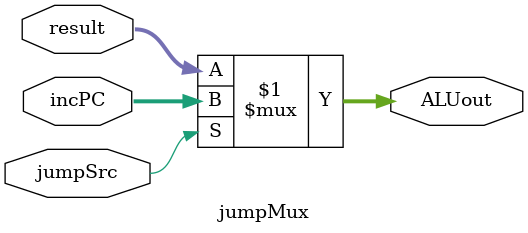
<source format=sv>
module jumpMux #(
    parameter DATA_WIDTH = 32
) (
    input   logic [DATA_WIDTH-1:0]  result,
    input   logic [DATA_WIDTH-1:0]  incPC,
    input   logic                   jumpSrc,
    output  logic [DATA_WIDTH-1:0]  ALUout
);

    assign ALUout = jumpSrc ? incPC : result;
    
endmodule

</source>
